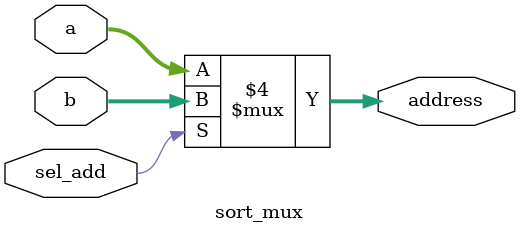
<source format=v>
`timescale 1ns / 1ps


module sort_mux(a, b, sel_add, address); 

    // Parameter describing the width of N = 32
    parameter DATAWIDTH = 32;

    // Input and output declarations for the reg module
    input [DATAWIDTH-1:0] a, b;
    input sel_add;
    output reg [DATAWIDTH-1:0] address;

    always @(a, b, sel_add) begin
        if (sel_add == 1'b0) begin
            address <= a;
        end else begin
            address <= b;
        end
    end

endmodule

</source>
